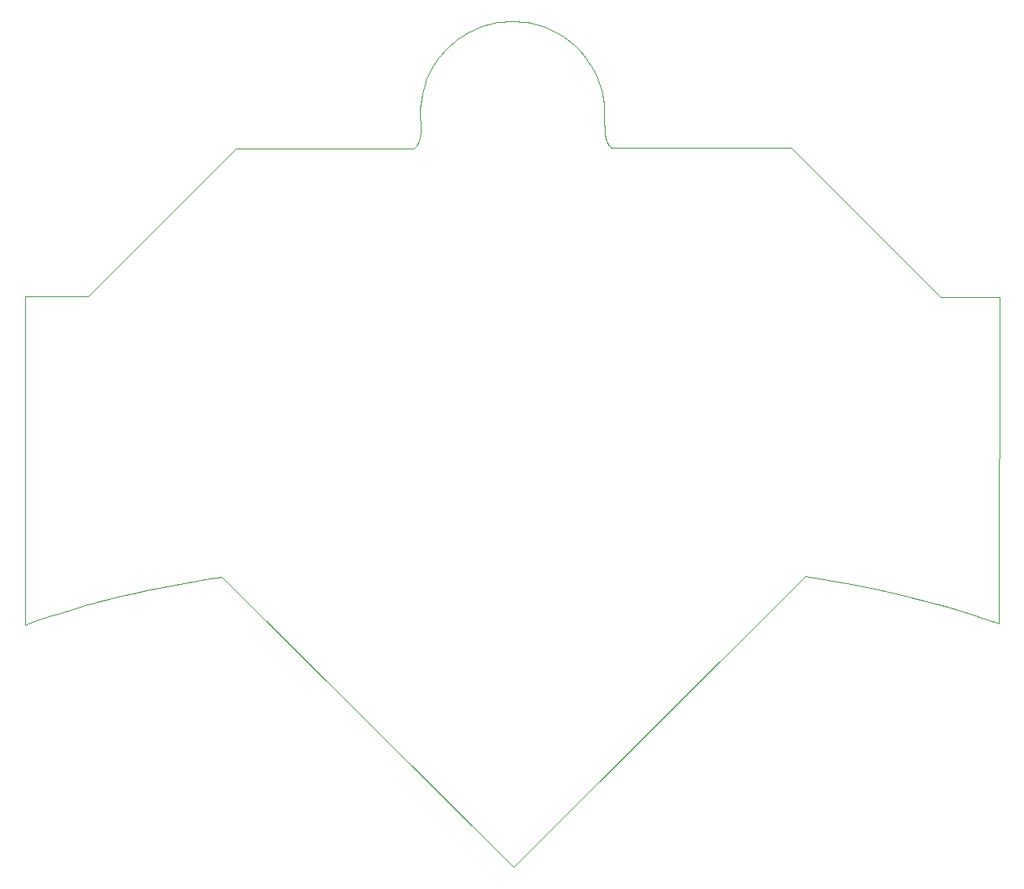
<source format=gbr>
G04 #@! TF.GenerationSoftware,KiCad,Pcbnew,(5.99.0-9526-g5c17ff0595)*
G04 #@! TF.CreationDate,2021-06-05T18:46:56-05:00*
G04 #@! TF.ProjectId,BlueTeamCon,426c7565-5465-4616-9d43-6f6e2e6b6963,rev?*
G04 #@! TF.SameCoordinates,Original*
G04 #@! TF.FileFunction,Profile,NP*
%FSLAX46Y46*%
G04 Gerber Fmt 4.6, Leading zero omitted, Abs format (unit mm)*
G04 Created by KiCad (PCBNEW (5.99.0-9526-g5c17ff0595)) date 2021-06-05 18:46:56*
%MOMM*%
%LPD*%
G01*
G04 APERTURE LIST*
G04 #@! TA.AperFunction,Profile*
%ADD10C,0.100000*%
G04 #@! TD*
G04 APERTURE END LIST*
D10*
X183849852Y-111510193D02*
X181279021Y-110929903D01*
X190491635Y-113309154D02*
X189135364Y-112904086D01*
X191863552Y-113739597D02*
X190491635Y-113309154D01*
X193251959Y-114196786D02*
X191863552Y-113739597D01*
X194657700Y-114682090D02*
X193251959Y-114196786D01*
X194708300Y-79486882D02*
X194657700Y-114682090D01*
X188336760Y-79486882D02*
X194708300Y-79486882D01*
X172306757Y-63456881D02*
X188336760Y-79486882D01*
X185151982Y-111827448D02*
X183849852Y-111510193D01*
X186466382Y-112164602D02*
X185151982Y-111827448D01*
X187793894Y-112523025D02*
X186466382Y-112164602D01*
X189135364Y-112904086D02*
X187793894Y-112523025D01*
X147783833Y-51480176D02*
X148172290Y-51756414D01*
X134028319Y-54156386D02*
X134304557Y-53767929D01*
X142754045Y-49800939D02*
X143257215Y-49839200D01*
X152038010Y-58187149D02*
X152101018Y-58683004D01*
X152789576Y-63325926D02*
X152939510Y-63443051D01*
X102836945Y-111087355D02*
X101500417Y-111385154D01*
X92367225Y-113914752D02*
X91094818Y-114340793D01*
X152455293Y-62816623D02*
X152548923Y-63010034D01*
X148546583Y-52050550D02*
X148906090Y-52361963D01*
X135582272Y-52361963D02*
X135941779Y-52050550D01*
X152939510Y-63443051D02*
X172306757Y-63456881D01*
X176247440Y-109947871D02*
X173773184Y-109524221D01*
X89830631Y-114783275D02*
X89780063Y-79385798D01*
X173773184Y-109524221D02*
X142370564Y-140926840D01*
X152548923Y-63010034D02*
X152659865Y-63180694D01*
X132349082Y-59186174D02*
X132387344Y-58683004D01*
X106893203Y-110287306D02*
X105533383Y-110538522D01*
X152224778Y-61869039D02*
X152314146Y-62372262D01*
X132386588Y-61311944D02*
X132371586Y-60759823D01*
X149889668Y-53393636D02*
X150183805Y-53767929D01*
X132336190Y-59696038D02*
X132336190Y-59696038D01*
X139768020Y-50099976D02*
X140247375Y-49989342D01*
X141231147Y-49839200D02*
X141734317Y-49800939D01*
X151706728Y-56749705D02*
X151840242Y-57219877D01*
X152175543Y-61328379D02*
X152224778Y-61869039D01*
X132387344Y-58683004D02*
X132450352Y-58187149D01*
X132186856Y-62815521D02*
X132259854Y-62595041D01*
X132313718Y-62359268D02*
X132350887Y-62110638D01*
X144240987Y-49989342D02*
X144720342Y-50099976D01*
X152314146Y-62372262D02*
X152377519Y-62603139D01*
X93647807Y-113505062D02*
X92367225Y-113914752D01*
X135941779Y-52050550D02*
X136316072Y-51756414D01*
X100171744Y-111698663D02*
X98850972Y-112027974D01*
X142370564Y-140926840D02*
X111018511Y-109625358D01*
X132259854Y-62595041D02*
X132313718Y-62359268D01*
X134304557Y-53767929D02*
X134598694Y-53393636D01*
X101500417Y-111385154D02*
X100171744Y-111698663D01*
X132648120Y-57219877D02*
X132781634Y-56749705D01*
X181279021Y-110929903D02*
X178747135Y-110412781D01*
X145190514Y-50233490D02*
X145650880Y-50389261D01*
X152139280Y-59186174D02*
X152152172Y-59696038D01*
X150183805Y-53767929D02*
X150460043Y-54156386D01*
X112470399Y-63465200D02*
X131654796Y-63495830D01*
X132336190Y-59696040D02*
X132336190Y-59696038D01*
X151950877Y-57699232D02*
X152038010Y-58187149D01*
X96233314Y-112734366D02*
X94936518Y-113111630D01*
X91094818Y-114340793D02*
X89830631Y-114783275D01*
X131973714Y-63200867D02*
X132092288Y-63018274D01*
X135238174Y-52690030D02*
X135582272Y-52361963D01*
X131828695Y-63360863D02*
X131973714Y-63200867D01*
X131654796Y-63495830D02*
X131828695Y-63360863D01*
X133313226Y-55400514D02*
X133532031Y-54973301D01*
X132371586Y-60759823D02*
X132348288Y-60214696D01*
X138837482Y-50389261D02*
X139297848Y-50233490D01*
X132336190Y-59696038D02*
X132349082Y-59186174D01*
X108260694Y-110051434D02*
X106893203Y-110287306D01*
X132350887Y-62110638D02*
X132373797Y-61851584D01*
X142244181Y-49788047D02*
X142754045Y-49800939D01*
X89780063Y-79385798D02*
X96556152Y-79385798D01*
X140735292Y-49902209D02*
X141231147Y-49839200D01*
X146539705Y-50765082D02*
X146966918Y-50983888D01*
X137106527Y-51222460D02*
X137521444Y-50983888D01*
X105533383Y-110538522D02*
X104181282Y-110805175D01*
X137521444Y-50983888D02*
X137948657Y-50765082D01*
X134598694Y-53393636D02*
X134910107Y-53034129D01*
X150460043Y-54156386D02*
X150717759Y-54558384D01*
X152154795Y-60771708D02*
X152175543Y-61328379D01*
X139297848Y-50233490D02*
X139768020Y-50099976D01*
X137948657Y-50765082D02*
X138387544Y-50566666D01*
X141734317Y-49800939D02*
X142244181Y-49788047D01*
X150717759Y-54558384D02*
X150956331Y-54973301D01*
X133532031Y-54973301D02*
X133770603Y-54558384D01*
X104181282Y-110805175D02*
X102836945Y-111087355D01*
X133770603Y-54558384D02*
X134028319Y-54156386D01*
X132537485Y-57699232D02*
X132648120Y-57219877D01*
X109635812Y-109830815D02*
X108260694Y-110051434D01*
X140247375Y-49989342D02*
X140735292Y-49902209D01*
X143753070Y-49902209D02*
X144240987Y-49989342D01*
X146100818Y-50566666D02*
X146539705Y-50765082D01*
X136316072Y-51756414D02*
X136704529Y-51480176D01*
X149250189Y-52690030D02*
X149578255Y-53034129D01*
X152152172Y-59696038D02*
X152154795Y-60771708D01*
X178747135Y-110412781D02*
X176247440Y-109947871D01*
X151550958Y-56289339D02*
X151706728Y-56749705D01*
X134910107Y-53034129D02*
X135238174Y-52690030D01*
X152377519Y-62603139D02*
X152455293Y-62816623D01*
X151373553Y-55839401D02*
X151550958Y-56289339D01*
X94936518Y-113111630D02*
X93647807Y-113505062D01*
X151840242Y-57219877D02*
X151950877Y-57699232D01*
X132092288Y-63018274D02*
X132186856Y-62815521D01*
X148906090Y-52361963D02*
X149250189Y-52690030D01*
X147381835Y-51222460D02*
X147783833Y-51480176D01*
X111018511Y-109625358D02*
X109635812Y-109830815D01*
X149578255Y-53034129D02*
X149889668Y-53393636D01*
X151175136Y-55400514D02*
X151373553Y-55839401D01*
X143257215Y-49839200D02*
X143753070Y-49902209D01*
X132781634Y-56749705D02*
X132937404Y-56289339D01*
X145650880Y-50389261D02*
X146100818Y-50566666D01*
X132937404Y-56289339D02*
X133114809Y-55839401D01*
X133114809Y-55839401D02*
X133313226Y-55400514D01*
X152101018Y-58683004D02*
X152139280Y-59186174D01*
X132450352Y-58187149D02*
X132537485Y-57699232D01*
X138387544Y-50566666D02*
X138837482Y-50389261D01*
X98850972Y-112027974D02*
X97538147Y-112373178D01*
X146966918Y-50983888D02*
X147381835Y-51222460D01*
X144720342Y-50099976D02*
X145190514Y-50233490D01*
X96556152Y-79385798D02*
X112470399Y-63465200D01*
X132373797Y-61851584D02*
X132386588Y-61311944D01*
X148172290Y-51756414D02*
X148546583Y-52050550D01*
X136704529Y-51480176D02*
X137106527Y-51222460D01*
X97538147Y-112373178D02*
X96233314Y-112734366D01*
X152659865Y-63180694D02*
X152789576Y-63325926D01*
X150956331Y-54973301D02*
X151175136Y-55400514D01*
X132348288Y-60214696D02*
X132336190Y-59696040D01*
M02*

</source>
